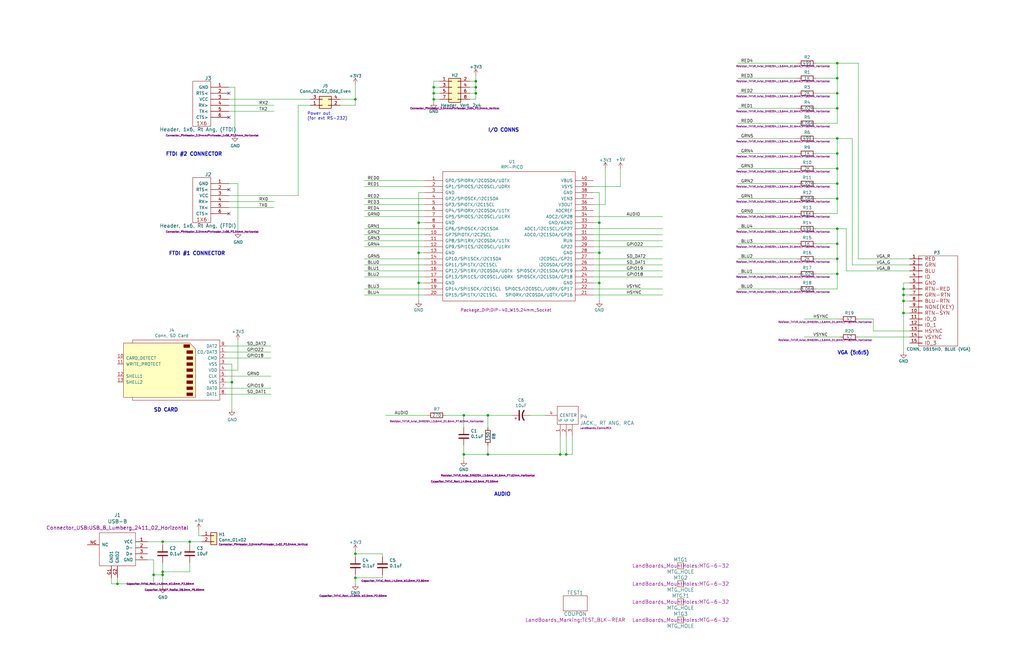
<source format=kicad_sch>
(kicad_sch (version 20211123) (generator eeschema)
  (paper "B")
  (title_block (title "PiPico-01") (date "2022-05-05") (rev "1") (company "land-boards.com"))
  (lib_symbols
    (symbol "Connector_Generic:Conn_01x02" (pin_names (offset 1.016) hide)
      (property "Reference" "J" (at 0 2.54 0))
      (property "Value" "Conn_01x02" (at 0 -5.08 0))
      (symbol "Conn_01x02_1_1"
        (rectangle (start -1.27 -2.413) (end 0 -2.667) (stroke (width 0.1524)))
        (rectangle (start -1.27 0.127) (end 0 -0.127) (stroke (width 0.1524)))
        (rectangle (start -1.27 1.27) (end 1.27 -3.81) (stroke (width 0.254)) (fill (type background)))
        (pin passive line (at -5.08 0 0) (length 3.81) (name "Pin_1") (number "1"))
        (pin passive line (at -5.08 -2.54 0) (length 3.81) (name "Pin_2") (number "2"))
      )
    )
    (symbol "Connector_Generic:Conn_02x02_Odd_Even" (pin_names (offset 1.016) hide)
      (property "Reference" "J" (at 1.27 2.54 0))
      (property "Value" "Conn_02x02_Odd_Even" (at 1.27 -5.08 0))
      (symbol "Conn_02x02_Odd_Even_1_1"
        (rectangle (start -1.27 -2.413) (end 0 -2.667) (stroke (width 0.1524)))
        (rectangle (start -1.27 0.127) (end 0 -0.127) (stroke (width 0.1524)))
        (rectangle (start -1.27 1.27) (end 3.81 -3.81) (stroke (width 0.254)) (fill (type background)))
        (rectangle (start 3.81 -2.413) (end 2.54 -2.667) (stroke (width 0.1524)))
        (rectangle (start 3.81 0.127) (end 2.54 -0.127) (stroke (width 0.1524)))
        (pin passive line (at -5.08 0 0) (length 3.81) (name "Pin_1") (number "1"))
        (pin passive line (at 7.62 0 180) (length 3.81) (name "Pin_2") (number "2"))
        (pin passive line (at -5.08 -2.54 0) (length 3.81) (name "Pin_3") (number "3"))
        (pin passive line (at 7.62 -2.54 180) (length 3.81) (name "Pin_4") (number "4"))
      )
    )
    (symbol "Connector_Generic:Conn_02x04_Odd_Even" (pin_names (offset 1.016) hide)
      (property "Reference" "J" (at 1.27 5.08 0))
      (property "Value" "Conn_02x04_Odd_Even" (at 1.27 -7.62 0))
      (symbol "Conn_02x04_Odd_Even_1_1"
        (rectangle (start -1.27 -4.953) (end 0 -5.207) (stroke (width 0.1524)))
        (rectangle (start -1.27 -2.413) (end 0 -2.667) (stroke (width 0.1524)))
        (rectangle (start -1.27 0.127) (end 0 -0.127) (stroke (width 0.1524)))
        (rectangle (start -1.27 2.667) (end 0 2.413) (stroke (width 0.1524)))
        (rectangle (start -1.27 3.81) (end 3.81 -6.35) (stroke (width 0.254)) (fill (type background)))
        (rectangle (start 3.81 -4.953) (end 2.54 -5.207) (stroke (width 0.1524)))
        (rectangle (start 3.81 -2.413) (end 2.54 -2.667) (stroke (width 0.1524)))
        (rectangle (start 3.81 0.127) (end 2.54 -0.127) (stroke (width 0.1524)))
        (rectangle (start 3.81 2.667) (end 2.54 2.413) (stroke (width 0.1524)))
        (pin passive line (at -5.08 2.54 0) (length 3.81) (name "Pin_1") (number "1"))
        (pin passive line (at 7.62 2.54 180) (length 3.81) (name "Pin_2") (number "2"))
        (pin passive line (at -5.08 0 0) (length 3.81) (name "Pin_3") (number "3"))
        (pin passive line (at 7.62 0 180) (length 3.81) (name "Pin_4") (number "4"))
        (pin passive line (at -5.08 -2.54 0) (length 3.81) (name "Pin_5") (number "5"))
        (pin passive line (at 7.62 -2.54 180) (length 3.81) (name "Pin_6") (number "6"))
        (pin passive line (at -5.08 -5.08 0) (length 3.81) (name "Pin_7") (number "7"))
        (pin passive line (at 7.62 -5.08 180) (length 3.81) (name "Pin_8") (number "8"))
      )
    )
    (symbol "Device:C" (pin_numbers hide) (pin_names (offset 0.254))
      (property "Reference" "C" (at 0.635 2.54 0))
      (property "Value" "C" (at 0.635 -2.54 0))
      (symbol "C_0_1"
        (polyline (pts (xy -2.032 -0.762) (xy 2.032 -0.762)) (stroke (width 0.508)))
        (polyline (pts (xy -2.032 0.762) (xy 2.032 0.762)) (stroke (width 0.508)))
      )
      (symbol "C_1_1"
        (pin passive line (at 0 3.81 270) (length 2.794) (name "~") (number "1"))
        (pin passive line (at 0 -3.81 90) (length 2.794) (name "~") (number "2"))
      )
    )
    (symbol "Device:CP1" (pin_numbers hide) (pin_names (offset 0.254) hide)
      (property "Reference" "C" (at 0.635 2.54 0))
      (property "Value" "Device_CP1" (at 0.635 -2.54 0))
      (symbol "CP1_0_1"
        (polyline (pts (xy -2.032 0.762) (xy 2.032 0.762)) (stroke (width 0.508)))
        (polyline (pts (xy -1.778 2.286) (xy -0.762 2.286)))
        (polyline (pts (xy -1.27 1.778) (xy -1.27 2.794)))
        (arc (start 2.032 -1.27) (mid 0 -0.5572) (end -2.032 -1.27) (stroke (width 0.508)))
      )
      (symbol "CP1_1_1"
        (pin passive line (at 0 3.81 270) (length 2.794) (name "~") (number "1"))
        (pin passive line (at 0 -3.81 90) (length 3.302) (name "~") (number "2"))
      )
    )
    (symbol "Device:R" (pin_numbers hide) (pin_names (offset 0))
      (property "Reference" "R" (at 2.032 0 90))
      (property "Value" "R" (at 0 0 90))
      (symbol "R_0_1"
        (rectangle (start -1.016 -2.54) (end 1.016 2.54) (stroke (width 0.254)))
      )
      (symbol "R_1_1"
        (pin passive line (at 0 3.81 270) (length 1.27) (name "~") (number "1"))
        (pin passive line (at 0 -3.81 90) (length 1.27) (name "~") (number "2"))
      )
    )
    (symbol "LandBoards:COUPON" (pin_names (offset 1.016))
      (property "Reference" "COUP?" (at 0 0 0))
      (property "Value" "LandBoards_COUPON" (at 0 0 0))
      (symbol "COUPON_0_1"
        (rectangle (start -5.08 0) (end 5.08 6.35))
      )
    )
    (symbol "LandBoards:MTG_HOLE" (pin_names (offset 1.016))
      (property "Reference" "MTG?" (at 0 2.54 0))
      (property "Value" "LandBoards_MTG_HOLE" (at 0 -2.54 0))
      (symbol "MTG_HOLE_0_1"
        (rectangle (start -1.27 -1.27) (end 1.27 -1.27))
        (rectangle (start -1.27 1.27) (end -1.27 -1.27))
        (rectangle (start 1.27 1.27) (end -1.27 1.27))
        (rectangle (start 1.27 1.27) (end 1.27 -1.27))
      )
    )
    (symbol "LandBoards_Cards:FTDI-Slave" (pin_names (offset 1.016))
      (property "Reference" "BRD" (at 0 10.16 0))
      (property "Value" "LandBoards_Cards_FTDI-Slave" (at 0 -11.43 0))
      (symbol "FTDI-Slave_0_0"
        (rectangle (start 3.81 -10.16) (end -3.81 8.89))
        (text "1X6" (at 0 -8.89 0) (effects (font (size 1.524 1.524))))
      )
      (symbol "FTDI-Slave_1_1"
        (pin power_out line (at -11.43 6.35 0) (length 7.62) (name "GND") (number "1"))
        (pin input line (at -11.43 3.81 0) (length 7.62) (name "RTS<") (number "2"))
        (pin power_out line (at -11.43 1.27 0) (length 7.62) (name "VCC") (number "3"))
        (pin output line (at -11.43 -1.27 0) (length 7.62) (name "RX>") (number "4"))
        (pin input line (at -11.43 -3.81 0) (length 7.62) (name "TX<") (number "5"))
        (pin output line (at -11.43 -6.35 0) (length 7.62) (name "CTS>") (number "6"))
      )
    )
    (symbol "LandBoards_Conns:RCA-JACK" (pin_names (offset 1.016))
      (property "Reference" "J" (at 0 6.35 0))
      (property "Value" "LandBoards_Conns_RCA-JACK" (at 11.43 -2.54 0))
      (symbol "RCA-JACK_0_1"
        (rectangle (start -3.81 -2.54) (end 5.08 5.08))
      )
      (symbol "RCA-JACK_1_1"
        (pin power_in line (at 3.81 -7.62 90) (length 5.08) (name "G") (number "1"))
        (pin power_in line (at 1.27 -7.62 90) (length 5.08) (name "G") (number "2"))
        (pin power_in line (at -1.27 -7.62 90) (length 5.08) (name "G") (number "3"))
        (pin passive line (at 10.16 1.27 180) (length 5.08) (name "CENTER") (number "4"))
      )
    )
    (symbol "LandBoards_Conns:USB-B" (pin_names (offset 1.016))
      (property "Reference" "J" (at 2.54 19.05 0))
      (property "Value" "LandBoards_Conns_USB-B" (at 5.08 2.54 0))
      (symbol "USB-B_0_1"
        (rectangle (start -8.89 3.81) (end 6.35 17.78))
      )
      (symbol "USB-B_1_1"
        (pin power_out line (at 11.43 13.97 180) (length 5.08) (name "VCC") (number "1"))
        (pin bidirectional line (at 11.43 11.43 180) (length 5.08) (name "D-") (number "2"))
        (pin bidirectional line (at 11.43 8.89 180) (length 5.08) (name "D+") (number "3"))
        (pin power_out line (at 11.43 6.35 180) (length 5.08) (name "GND") (number "4"))
        (pin passive line (at -3.81 -1.27 90) (length 5.08) (name "GND1") (number "G1"))
        (pin passive line (at -1.27 -1.27 90) (length 5.08) (name "GND2") (number "G2"))
        (pin power_in line (at -13.97 12.7 0) (length 5.08) (name "NC") (number "NC"))
      )
    )
    (symbol "LandBoards_Conns:VGA" (pin_names (offset 1.016) hide)
      (property "Reference" "P" (at -6.35 20.32 0))
      (property "Value" "LandBoards_Conns_VGA" (at -1.27 -20.32 0))
      (symbol "VGA_0_0"
        (text "BLU" (at -5.08 12.7 0) (effects (font (size 1.524 1.524)) (justify left)))
        (text "BLU-RTN" (at -5.08 0 0) (effects (font (size 1.524 1.524)) (justify left)))
        (text "GND" (at -5.08 7.62 0) (effects (font (size 1.524 1.524)) (justify left)))
        (text "GRN" (at -5.08 15.24 0) (effects (font (size 1.524 1.524)) (justify left)))
        (text "GRN-RTN" (at -5.08 2.54 0) (effects (font (size 1.524 1.524)) (justify left)))
        (text "HSYNC" (at -5.08 -12.7 0) (effects (font (size 1.524 1.524)) (justify left)))
        (text "ID" (at -5.08 10.16 0) (effects (font (size 1.524 1.524)) (justify left)))
        (text "ID_0" (at -5.08 -7.62 0) (effects (font (size 1.524 1.524)) (justify left)))
        (text "ID_1" (at -5.08 -10.16 0) (effects (font (size 1.524 1.524)) (justify left)))
        (text "ID_3" (at -5.08 -17.78 0) (effects (font (size 1.524 1.524)) (justify left)))
        (text "NONE(KEY)" (at -5.08 -2.54 0) (effects (font (size 1.524 1.524)) (justify left)))
        (text "RED" (at -5.08 17.78 0) (effects (font (size 1.524 1.524)) (justify left)))
        (text "RTN-RED" (at -5.08 5.08 0) (effects (font (size 1.524 1.524)) (justify left)))
        (text "RTN-SYN" (at -5.08 -5.08 0) (effects (font (size 1.524 1.524)) (justify left)))
        (text "VSYNC" (at -5.08 -15.24 0) (effects (font (size 1.524 1.524)) (justify left)))
      )
      (symbol "VGA_0_1"
        (rectangle (start -7.62 -17.653) (end -6.096 -17.907))
        (rectangle (start -7.62 -15.113) (end -6.096 -15.367))
        (rectangle (start -7.62 -12.573) (end -6.096 -12.827))
        (rectangle (start -7.62 -10.033) (end -6.096 -10.287))
        (rectangle (start -7.62 -7.493) (end -6.096 -7.747))
        (rectangle (start -7.62 -4.953) (end -6.096 -5.207))
        (rectangle (start -7.62 -2.413) (end -6.096 -2.667))
        (rectangle (start -7.62 0.127) (end -6.096 -0.127))
        (rectangle (start -7.62 2.667) (end -6.096 2.413))
        (rectangle (start -7.62 5.207) (end -6.096 4.953))
        (rectangle (start -7.62 7.747) (end -6.096 7.493))
        (rectangle (start -7.62 10.287) (end -6.096 10.033))
        (rectangle (start -7.62 12.827) (end -6.096 12.573))
        (rectangle (start -7.62 15.367) (end -6.096 15.113))
        (rectangle (start -7.62 17.907) (end -6.096 17.653))
        (rectangle (start -7.62 19.05) (end 8.89 -19.05))
      )
      (symbol "VGA_1_1"
        (pin passive line (at -11.43 17.78 0) (length 3.81) (name "P1") (number "1"))
        (pin passive line (at -11.43 -5.08 0) (length 3.81) (name "P10") (number "10"))
        (pin passive line (at -11.43 -7.62 0) (length 3.81) (name "P11") (number "11"))
        (pin passive line (at -11.43 -10.16 0) (length 3.81) (name "P12") (number "12"))
        (pin passive line (at -11.43 -12.7 0) (length 3.81) (name "P13") (number "13"))
        (pin passive line (at -11.43 -15.24 0) (length 3.81) (name "P14") (number "14"))
        (pin passive line (at -11.43 -17.78 0) (length 3.81) (name "P15") (number "15"))
        (pin passive line (at -11.43 15.24 0) (length 3.81) (name "P2") (number "2"))
        (pin passive line (at -11.43 12.7 0) (length 3.81) (name "P3") (number "3"))
        (pin passive line (at -11.43 10.16 0) (length 3.81) (name "P4") (number "4"))
        (pin passive line (at -11.43 7.62 0) (length 3.81) (name "P5") (number "5"))
        (pin passive line (at -11.43 5.08 0) (length 3.81) (name "P6") (number "6"))
        (pin passive line (at -11.43 2.54 0) (length 3.81) (name "P7") (number "7"))
        (pin passive line (at -11.43 0 0) (length 3.81) (name "P8") (number "8"))
        (pin passive line (at -11.43 -2.54 0) (length 3.81) (name "P9") (number "9"))
      )
    )
    (symbol "LandBoards_Semis:RPi-PICO" (pin_names (offset 1.016))
      (property "Reference" "U" (at 0 29.21 0))
      (property "Value" "LandBoards_Semis_RPi-PICO" (at 8.89 -30.48 0))
      (symbol "RPi-PICO_1_0"
        (rectangle (start -29.21 -29.21) (end 26.67 25.4))
      )
      (symbol "RPi-PICO_1_1"
        (pin bidirectional line (at -36.83 21.59 0) (length 7.62) (name "GP0/SPI0RX/I2C0SDA/U0TX") (number "1"))
        (pin bidirectional line (at -36.83 -1.27 0) (length 7.62) (name "GP7SPI0TX/I2C2SCL") (number "10"))
        (pin bidirectional line (at -36.83 -3.81 0) (length 7.62) (name "GP8/SPI1RX/I2C0SDA/U1TX") (number "11"))
        (pin bidirectional line (at -36.83 -6.35 0) (length 7.62) (name "GP9/SPI1CS/I2C0SCL/U1RX") (number "12"))
        (pin power_in line (at -36.83 -8.89 0) (length 7.62) (name "GND") (number "13"))
        (pin bidirectional line (at -36.83 -11.43 0) (length 7.62) (name "GP10/SPI1SCK/I2C1SDA") (number "14"))
        (pin bidirectional line (at -36.83 -13.97 0) (length 7.62) (name "GP11/SPI1TX/I2C1SCL") (number "15"))
        (pin bidirectional line (at -36.83 -16.51 0) (length 7.62) (name "GP12/SPI1RX/I2C0SDA/U0TX") (number "16"))
        (pin bidirectional line (at -36.83 -19.05 0) (length 7.62) (name "GP13/SPI1CS/I2C0SCL/U0RX") (number "17"))
        (pin power_in line (at -36.83 -21.59 0) (length 7.62) (name "GND") (number "18"))
        (pin bidirectional line (at -36.83 -24.13 0) (length 7.62) (name "GP14/SPI1SCK/I2C1SCL") (number "19"))
        (pin bidirectional line (at -36.83 19.05 0) (length 7.62) (name "GP1/SPI0CS/I2C0SCL/U0RX") (number "2"))
        (pin bidirectional line (at -36.83 -26.67 0) (length 7.62) (name "GP15/SPI1TX/I2C1SCL") (number "20"))
        (pin bidirectional line (at 34.29 -26.67 180) (length 7.62) (name "SPI0RX/I2C0SDA/U0TX/GP16") (number "21"))
        (pin bidirectional line (at 34.29 -24.13 180) (length 7.62) (name "SPI0CS/I2C0SCL/U0RX/GP17") (number "22"))
        (pin power_in line (at 34.29 -21.59 180) (length 7.62) (name "GND") (number "23"))
        (pin bidirectional line (at 34.29 -19.05 180) (length 7.62) (name "SPI0SCK/I2C1SDA/GP18") (number "24"))
        (pin bidirectional line (at 34.29 -16.51 180) (length 7.62) (name "SPI0SCK/I2C1SDA/GP19") (number "25"))
        (pin bidirectional line (at 34.29 -13.97 180) (length 7.62) (name "I2C0SDA/GP20") (number "26"))
        (pin bidirectional line (at 34.29 -11.43 180) (length 7.62) (name "I2C0SCL/GP21") (number "27"))
        (pin power_in line (at 34.29 -8.89 180) (length 7.62) (name "GND") (number "28"))
        (pin bidirectional line (at 34.29 -6.35 180) (length 7.62) (name "GP22") (number "29"))
        (pin power_in line (at -36.83 16.51 0) (length 7.62) (name "GND") (number "3"))
        (pin input line (at 34.29 -3.81 180) (length 7.62) (name "RUN") (number "30"))
        (pin bidirectional line (at 34.29 -1.27 180) (length 7.62) (name "ADC0/I2C1SDA/GP26") (number "31"))
        (pin bidirectional line (at 34.29 1.27 180) (length 7.62) (name "ADC1/I2C1SCL/GP27") (number "32"))
        (pin power_in line (at 34.29 3.81 180) (length 7.62) (name "GND/AGND") (number "33"))
        (pin bidirectional line (at 34.29 6.35 180) (length 7.62) (name "ADC2/GP28") (number "34"))
        (pin power_in line (at 34.29 8.89 180) (length 7.62) (name "ADCREF") (number "35"))
        (pin power_out line (at 34.29 11.43 180) (length 7.62) (name "V3OUT") (number "36"))
        (pin bidirectional line (at 34.29 13.97 180) (length 7.62) (name "VEN3") (number "37"))
        (pin power_in line (at 34.29 16.51 180) (length 7.62) (name "GND") (number "38"))
        (pin power_in line (at 34.29 19.05 180) (length 7.62) (name "VSYS") (number "39"))
        (pin bidirectional line (at -36.83 13.97 0) (length 7.62) (name "GP2/SPI0SCK/I2C1SDA") (number "4"))
        (pin power_out line (at 34.29 21.59 180) (length 7.62) (name "VBUS") (number "40"))
        (pin bidirectional line (at -36.83 11.43 0) (length 7.62) (name "GP3/SPI0TX/I2C1SCL") (number "5"))
        (pin bidirectional line (at -36.83 8.89 0) (length 7.62) (name "GP4/SPI0RX/I2C0SDA/U1TX") (number "6"))
        (pin bidirectional line (at -36.83 6.35 0) (length 7.62) (name "GP5/SPI0CS/I2C0SCL/U1RX") (number "7"))
        (pin power_in line (at -36.83 3.81 0) (length 7.62) (name "GND") (number "8"))
        (pin bidirectional line (at -36.83 1.27 0) (length 7.62) (name "GP6/SPI0SCK/I2C1SDA") (number "9"))
      )
    )
    (symbol "PiPico-01-rescue:SD_Card-Connector-ESP32-VGA-rescue" (pin_names (offset 1.016))
      (property "Reference" "J" (at -16.51 13.97 0))
      (property "Value" "SD_Card-Connector-ESP32-VGA-rescue" (at 15.24 -13.97 0))
      (symbol "SD_Card-Connector-ESP32-VGA-rescue_0_1"
        (rectangle (start -8.89 -9.525) (end -6.35 -10.795) (fill (type outline)))
        (rectangle (start -8.89 -6.985) (end -6.35 -8.255) (fill (type outline)))
        (rectangle (start -8.89 -4.445) (end -6.35 -5.715) (fill (type outline)))
        (rectangle (start -8.89 -1.905) (end -6.35 -3.175) (fill (type outline)))
        (rectangle (start -8.89 0.635) (end -6.35 -0.635) (fill (type outline)))
        (rectangle (start -8.89 3.175) (end -6.35 1.905) (fill (type outline)))
        (rectangle (start -8.89 5.715) (end -6.35 4.445) (fill (type outline)))
        (rectangle (start -8.89 8.255) (end -6.35 6.985) (fill (type outline)))
        (rectangle (start -7.62 10.795) (end -5.08 9.525) (fill (type outline)))
        (polyline (pts (xy -10.16 8.89) (xy -7.62 11.43) (xy 20.32 11.43) (xy 20.32 -11.43) (xy -10.16 -11.43) (xy -10.16 8.89)) (fill (type background)))
        (polyline (pts (xy 16.51 11.43) (xy 16.51 12.7) (xy -20.32 12.7) (xy -20.32 -12.7) (xy 16.51 -12.7) (xy 16.51 -11.43)))
      )
      (symbol "SD_Card-Connector-ESP32-VGA-rescue_1_1"
        (pin input line (at -22.86 7.62 0) (length 2.54) (name "CD/DAT3") (number "1"))
        (pin input line (at 22.86 5.08 180) (length 2.54) (name "CARD_DETECT") (number "10"))
        (pin input line (at 22.86 2.54 180) (length 2.54) (name "WRITE_PROTECT") (number "11"))
        (pin input line (at 22.86 -2.54 180) (length 2.54) (name "SHELL1") (number "12"))
        (pin input line (at 22.86 -5.08 180) (length 2.54) (name "SHELL2") (number "13"))
        (pin input line (at -22.86 5.08 0) (length 2.54) (name "CMD") (number "2"))
        (pin power_in line (at -22.86 2.54 0) (length 2.54) (name "VSS") (number "3"))
        (pin power_in line (at -22.86 0 0) (length 2.54) (name "VDD") (number "4"))
        (pin input line (at -22.86 -2.54 0) (length 2.54) (name "CLK") (number "5"))
        (pin power_in line (at -22.86 -5.08 0) (length 2.54) (name "VSS") (number "6"))
        (pin input line (at -22.86 -7.62 0) (length 2.54) (name "DAT0") (number "7"))
        (pin input line (at -22.86 -10.16 0) (length 2.54) (name "DAT1") (number "8"))
        (pin input line (at -22.86 10.16 0) (length 2.54) (name "DAT2") (number "9"))
      )
    )
    (symbol "power:+3.3V" (power) (pin_names (offset 0))
      (property "Value" "+3.3V" (at 0 3.556 0))
      (symbol "+3.3V_0_1"
        (polyline (pts (xy -0.762 1.27) (xy 0 2.54)))
        (polyline (pts (xy 0 0) (xy 0 2.54)))
        (polyline (pts (xy 0 2.54) (xy 0.762 1.27)))
      )
      (symbol "+3.3V_1_1"
        (pin power_in line (at 0 0 90) (length 0) hide (name "+3V3") (number "1"))
      )
    )
    (symbol "power:+5V" (power) (pin_names (offset 0))
      (property "Value" "+5V" (at 0 3.556 0))
      (symbol "+5V_0_1"
        (polyline (pts (xy -0.762 1.27) (xy 0 2.54)))
        (polyline (pts (xy 0 0) (xy 0 2.54)))
        (polyline (pts (xy 0 2.54) (xy 0.762 1.27)))
      )
      (symbol "+5V_1_1"
        (pin power_in line (at 0 0 90) (length 0) hide (name "+5V") (number "1"))
      )
    )
    (symbol "power:GND" (power) (pin_names (offset 0))
      (property "Value" "GND" (at 0 -3.81 0))
      (symbol "GND_0_1"
        (polyline (pts (xy 0 0) (xy 0 -1.27) (xy 1.27 -1.27) (xy 0 -2.54) (xy -1.27 -1.27) (xy 0 -1.27)))
      )
      (symbol "GND_1_1"
        (pin power_in line (at 0 0 270) (length 0) hide (name "GND") (number "1"))
      )
    )
  )
  (junction (at 182.88 36.83))
  (junction (at 68.58 241.3))
  (junction (at 353.06 71.12))
  (junction (at 195.58 175.26))
  (junction (at 176.53 106.68))
  (junction (at 64.77 242.57))
  (junction (at 236.22 191.77))
  (junction (at 182.88 41.91))
  (junction (at 353.06 96.52))
  (junction (at 381 124.46))
  (junction (at 149.86 41.91))
  (junction (at 97.79 161.29))
  (junction (at 200.66 39.37))
  (junction (at 176.53 119.38))
  (junction (at 238.76 191.77))
  (junction (at 195.58 191.77))
  (junction (at 68.58 228.6))
  (junction (at 252.73 119.38))
  (junction (at 353.06 102.87))
  (junction (at 381 132.08))
  (junction (at 381 127))
  (junction (at 353.06 83.82))
  (junction (at 353.06 26.67))
  (junction (at 353.06 33.02))
  (junction (at 182.88 39.37))
  (junction (at 353.06 109.22))
  (junction (at 205.74 175.26))
  (junction (at 353.06 115.57))
  (junction (at 176.53 93.98))
  (junction (at 205.74 191.77))
  (junction (at 80.01 228.6))
  (junction (at 49.53 246.38))
  (junction (at 353.06 58.42))
  (junction (at 353.06 45.72))
  (junction (at 149.86 233.68))
  (junction (at 353.06 64.77))
  (junction (at 353.06 39.37))
  (junction (at 200.66 34.29))
  (junction (at 200.66 36.83))
  (junction (at 68.58 242.57))
  (junction (at 252.73 93.98))
  (junction (at 381 121.92))
  (junction (at 149.86 243.84))
  (junction (at 353.06 77.47))
  (junction (at 252.73 106.68))
  (no_connect (at 96.52 90.17))
  (no_connect (at 96.52 80.01))
  (no_connect (at 96.52 49.53))
  (no_connect (at 96.52 39.37))
  (wire (pts (xy 179.07 86.36) (xy 153.67 86.36)))
  (wire (pts (xy 179.07 106.68) (xy 176.53 106.68)))
  (wire (pts (xy 176.53 93.98) (xy 176.53 81.28)))
  (wire (pts (xy 344.17 33.02) (xy 353.06 33.02)))
  (wire (pts (xy 80.01 229.87) (xy 80.01 228.6)))
  (wire (pts (xy 176.53 81.28) (xy 179.07 81.28)))
  (wire (pts (xy 97.79 153.67) (xy 97.79 161.29)))
  (wire (pts (xy 198.12 41.91) (xy 200.66 41.91)))
  (wire (pts (xy 336.55 64.77) (xy 311.15 64.77)))
  (wire (pts (xy 279.4 101.6) (xy 250.19 101.6)))
  (wire (pts (xy 353.06 26.67) (xy 353.06 33.02)))
  (wire (pts (xy 179.07 91.44) (xy 153.67 91.44)))
  (wire (pts (xy 205.74 175.26) (xy 215.9 175.26)))
  (wire (pts (xy 100.33 143.51) (xy 100.33 156.21)))
  (wire (pts (xy 80.01 241.3) (xy 80.01 237.49)))
  (wire (pts (xy 100.33 77.47) (xy 100.33 97.79)))
  (wire (pts (xy 383.54 142.24) (xy 361.95 142.24)))
  (wire (pts (xy 336.55 71.12) (xy 311.15 71.12)))
  (wire (pts (xy 182.88 39.37) (xy 185.42 39.37)))
  (wire (pts (xy 250.19 119.38) (xy 252.73 119.38)))
  (wire (pts (xy 182.88 34.29) (xy 185.42 34.29)))
  (wire (pts (xy 149.86 232.41) (xy 149.86 233.68)))
  (wire (pts (xy 279.4 111.76) (xy 250.19 111.76)))
  (wire (pts (xy 381 121.92) (xy 381 124.46)))
  (wire (pts (xy 68.58 228.6) (xy 80.01 228.6)))
  (wire (pts (xy 149.86 41.91) (xy 149.86 35.56)))
  (wire (pts (xy 344.17 90.17) (xy 353.06 90.17)))
  (wire (pts (xy 353.06 121.92) (xy 353.06 115.57)))
  (wire (pts (xy 149.86 233.68) (xy 161.29 233.68)))
  (wire (pts (xy 83.82 223.52) (xy 83.82 226.06)))
  (wire (pts (xy 241.3 184.15) (xy 241.3 191.77)))
  (wire (pts (xy 236.22 191.77) (xy 238.76 191.77)))
  (wire (pts (xy 344.17 64.77) (xy 353.06 64.77)))
  (wire (pts (xy 279.4 114.3) (xy 250.19 114.3)))
  (wire (pts (xy 49.53 246.38) (xy 64.77 246.38)))
  (wire (pts (xy 96.52 77.47) (xy 100.33 77.47)))
  (wire (pts (xy 179.07 78.74) (xy 153.67 78.74)))
  (wire (pts (xy 205.74 191.77) (xy 205.74 187.96)))
  (wire (pts (xy 95.25 161.29) (xy 97.79 161.29)))
  (wire (pts (xy 361.95 26.67) (xy 353.06 26.67)))
  (wire (pts (xy 250.19 106.68) (xy 252.73 106.68)))
  (wire (pts (xy 353.06 77.47) (xy 353.06 71.12)))
  (wire (pts (xy 179.07 124.46) (xy 153.67 124.46)))
  (wire (pts (xy 115.57 46.99) (xy 96.52 46.99)))
  (wire (pts (xy 99.06 36.83) (xy 99.06 57.15)))
  (wire (pts (xy 179.07 99.06) (xy 153.67 99.06)))
  (wire (pts (xy 115.57 85.09) (xy 96.52 85.09)))
  (wire (pts (xy 381 124.46) (xy 381 127)))
  (wire (pts (xy 344.17 58.42) (xy 353.06 58.42)))
  (wire (pts (xy 179.07 104.14) (xy 153.67 104.14)))
  (wire (pts (xy 238.76 191.77) (xy 241.3 191.77)))
  (wire (pts (xy 68.58 241.3) (xy 80.01 241.3)))
  (wire (pts (xy 176.53 127) (xy 176.53 119.38)))
  (wire (pts (xy 344.17 83.82) (xy 353.06 83.82)))
  (wire (pts (xy 361.95 109.22) (xy 361.95 26.67)))
  (wire (pts (xy 353.06 64.77) (xy 353.06 71.12)))
  (wire (pts (xy 64.77 242.57) (xy 68.58 242.57)))
  (wire (pts (xy 46.99 246.38) (xy 49.53 246.38)))
  (wire (pts (xy 62.23 228.6) (xy 68.58 228.6)))
  (wire (pts (xy 49.53 246.38) (xy 49.53 243.84)))
  (wire (pts (xy 179.07 119.38) (xy 176.53 119.38)))
  (wire (pts (xy 62.23 236.22) (xy 64.77 236.22)))
  (wire (pts (xy 95.25 153.67) (xy 97.79 153.67)))
  (wire (pts (xy 185.42 36.83) (xy 182.88 36.83)))
  (wire (pts (xy 339.09 142.24) (xy 354.33 142.24)))
  (wire (pts (xy 353.06 90.17) (xy 353.06 83.82)))
  (wire (pts (xy 359.41 111.76) (xy 359.41 58.42)))
  (wire (pts (xy 353.06 96.52) (xy 353.06 102.87)))
  (wire (pts (xy 336.55 109.22) (xy 311.15 109.22)))
  (wire (pts (xy 114.3 158.75) (xy 95.25 158.75)))
  (wire (pts (xy 353.06 58.42) (xy 353.06 64.77)))
  (wire (pts (xy 336.55 115.57) (xy 311.15 115.57)))
  (wire (pts (xy 179.07 114.3) (xy 153.67 114.3)))
  (wire (pts (xy 381 119.38) (xy 381 121.92)))
  (wire (pts (xy 359.41 58.42) (xy 353.06 58.42)))
  (wire (pts (xy 381 124.46) (xy 383.54 124.46)))
  (wire (pts (xy 179.07 101.6) (xy 153.67 101.6)))
  (wire (pts (xy 381 132.08) (xy 383.54 132.08)))
  (wire (pts (xy 179.07 76.2) (xy 153.67 76.2)))
  (wire (pts (xy 383.54 114.3) (xy 356.87 114.3)))
  (wire (pts (xy 383.54 119.38) (xy 381 119.38)))
  (wire (pts (xy 279.4 121.92) (xy 250.19 121.92)))
  (wire (pts (xy 353.06 52.07) (xy 353.06 45.72)))
  (wire (pts (xy 255.27 86.36) (xy 255.27 71.12)))
  (wire (pts (xy 198.12 34.29) (xy 200.66 34.29)))
  (wire (pts (xy 125.73 44.45) (xy 130.81 44.45)))
  (wire (pts (xy 238.76 184.15) (xy 238.76 191.77)))
  (wire (pts (xy 96.52 41.91) (xy 130.81 41.91)))
  (wire (pts (xy 198.12 36.83) (xy 200.66 36.83)))
  (wire (pts (xy 252.73 106.68) (xy 252.73 93.98)))
  (wire (pts (xy 182.88 39.37) (xy 182.88 41.91)))
  (wire (pts (xy 198.12 39.37) (xy 200.66 39.37)))
  (wire (pts (xy 64.77 246.38) (xy 64.77 242.57)))
  (wire (pts (xy 149.86 242.57) (xy 149.86 243.84)))
  (wire (pts (xy 336.55 77.47) (xy 311.15 77.47)))
  (wire (pts (xy 195.58 180.34) (xy 195.58 175.26)))
  (wire (pts (xy 114.3 146.05) (xy 95.25 146.05)))
  (wire (pts (xy 279.4 124.46) (xy 250.19 124.46)))
  (wire (pts (xy 161.29 234.95) (xy 161.29 233.68)))
  (wire (pts (xy 179.07 109.22) (xy 153.67 109.22)))
  (wire (pts (xy 344.17 109.22) (xy 353.06 109.22)))
  (wire (pts (xy 200.66 36.83) (xy 200.66 39.37)))
  (wire (pts (xy 195.58 175.26) (xy 205.74 175.26)))
  (wire (pts (xy 344.17 121.92) (xy 353.06 121.92)))
  (wire (pts (xy 383.54 139.7) (xy 368.3 139.7)))
  (wire (pts (xy 185.42 41.91) (xy 182.88 41.91)))
  (wire (pts (xy 279.4 96.52) (xy 250.19 96.52)))
  (wire (pts (xy 68.58 237.49) (xy 68.58 241.3)))
  (wire (pts (xy 200.66 39.37) (xy 200.66 41.91)))
  (wire (pts (xy 179.07 83.82) (xy 153.67 83.82)))
  (wire (pts (xy 115.57 44.45) (xy 96.52 44.45)))
  (wire (pts (xy 195.58 191.77) (xy 195.58 194.31)))
  (wire (pts (xy 143.51 41.91) (xy 149.86 41.91)))
  (wire (pts (xy 252.73 119.38) (xy 252.73 106.68)))
  (wire (pts (xy 200.66 31.75) (xy 200.66 34.29)))
  (wire (pts (xy 149.86 44.45) (xy 149.86 41.91)))
  (wire (pts (xy 336.55 39.37) (xy 311.15 39.37)))
  (wire (pts (xy 195.58 191.77) (xy 205.74 191.77)))
  (wire (pts (xy 354.33 134.62) (xy 339.09 134.62)))
  (wire (pts (xy 114.3 163.83) (xy 95.25 163.83)))
  (wire (pts (xy 356.87 114.3) (xy 356.87 96.52)))
  (wire (pts (xy 353.06 109.22) (xy 353.06 102.87)))
  (wire (pts (xy 353.06 83.82) (xy 353.06 77.47)))
  (wire (pts (xy 344.17 45.72) (xy 353.06 45.72)))
  (wire (pts (xy 381 127) (xy 381 132.08)))
  (wire (pts (xy 336.55 83.82) (xy 311.15 83.82)))
  (wire (pts (xy 100.33 156.21) (xy 95.25 156.21)))
  (wire (pts (xy 336.55 90.17) (xy 311.15 90.17)))
  (wire (pts (xy 96.52 82.55) (xy 125.73 82.55)))
  (wire (pts (xy 383.54 111.76) (xy 359.41 111.76)))
  (wire (pts (xy 252.73 93.98) (xy 252.73 81.28)))
  (wire (pts (xy 149.86 233.68) (xy 149.86 234.95)))
  (wire (pts (xy 97.79 161.29) (xy 97.79 172.72)))
  (wire (pts (xy 279.4 91.44) (xy 250.19 91.44)))
  (wire (pts (xy 149.86 243.84) (xy 149.86 246.38)))
  (wire (pts (xy 261.62 78.74) (xy 261.62 71.12)))
  (wire (pts (xy 115.57 87.63) (xy 96.52 87.63)))
  (wire (pts (xy 114.3 148.59) (xy 95.25 148.59)))
  (wire (pts (xy 279.4 104.14) (xy 250.19 104.14)))
  (wire (pts (xy 279.4 116.84) (xy 250.19 116.84)))
  (wire (pts (xy 187.96 175.26) (xy 195.58 175.26)))
  (wire (pts (xy 381 132.08) (xy 381 148.59)))
  (wire (pts (xy 205.74 175.26) (xy 205.74 180.34)))
  (wire (pts (xy 96.52 36.83) (xy 99.06 36.83)))
  (wire (pts (xy 182.88 36.83) (xy 182.88 39.37)))
  (wire (pts (xy 353.06 45.72) (xy 353.06 39.37)))
  (wire (pts (xy 179.07 88.9) (xy 153.67 88.9)))
  (wire (pts (xy 250.19 93.98) (xy 252.73 93.98)))
  (wire (pts (xy 176.53 106.68) (xy 176.53 93.98)))
  (wire (pts (xy 179.07 111.76) (xy 153.67 111.76)))
  (wire (pts (xy 250.19 86.36) (xy 255.27 86.36)))
  (wire (pts (xy 252.73 81.28) (xy 250.19 81.28)))
  (wire (pts (xy 179.07 96.52) (xy 153.67 96.52)))
  (wire (pts (xy 80.01 228.6) (xy 85.09 228.6)))
  (wire (pts (xy 336.55 121.92) (xy 311.15 121.92)))
  (wire (pts (xy 344.17 96.52) (xy 353.06 96.52)))
  (wire (pts (xy 64.77 236.22) (xy 64.77 242.57)))
  (wire (pts (xy 236.22 184.15) (xy 236.22 191.77)))
  (wire (pts (xy 336.55 96.52) (xy 311.15 96.52)))
  (wire (pts (xy 336.55 26.67) (xy 311.15 26.67)))
  (wire (pts (xy 344.17 71.12) (xy 353.06 71.12)))
  (wire (pts (xy 180.34 175.26) (xy 162.56 175.26)))
  (wire (pts (xy 336.55 33.02) (xy 311.15 33.02)))
  (wire (pts (xy 368.3 134.62) (xy 368.3 139.7)))
  (wire (pts (xy 179.07 93.98) (xy 176.53 93.98)))
  (wire (pts (xy 344.17 39.37) (xy 353.06 39.37)))
  (wire (pts (xy 223.52 175.26) (xy 229.87 175.26)))
  (wire (pts (xy 200.66 34.29) (xy 200.66 36.83)))
  (wire (pts (xy 179.07 116.84) (xy 153.67 116.84)))
  (wire (pts (xy 161.29 242.57) (xy 161.29 243.84)))
  (wire (pts (xy 356.87 96.52) (xy 353.06 96.52)))
  (wire (pts (xy 182.88 41.91) (xy 182.88 43.18)))
  (wire (pts (xy 361.95 134.62) (xy 368.3 134.62)))
  (wire (pts (xy 336.55 52.07) (xy 311.15 52.07)))
  (wire (pts (xy 381 121.92) (xy 383.54 121.92)))
  (wire (pts (xy 353.06 115.57) (xy 353.06 109.22)))
  (wire (pts (xy 344.17 77.47) (xy 353.06 77.47)))
  (wire (pts (xy 279.4 109.22) (xy 250.19 109.22)))
  (wire (pts (xy 143.51 44.45) (xy 149.86 44.45)))
  (wire (pts (xy 195.58 187.96) (xy 195.58 191.77)))
  (wire (pts (xy 383.54 109.22) (xy 361.95 109.22)))
  (wire (pts (xy 252.73 127) (xy 252.73 119.38)))
  (wire (pts (xy 336.55 58.42) (xy 311.15 58.42)))
  (wire (pts (xy 68.58 241.3) (xy 68.58 242.57)))
  (wire (pts (xy 46.99 243.84) (xy 46.99 246.38)))
  (wire (pts (xy 344.17 26.67) (xy 353.06 26.67)))
  (wire (pts (xy 114.3 151.13) (xy 95.25 151.13)))
  (wire (pts (xy 114.3 166.37) (xy 95.25 166.37)))
  (wire (pts (xy 68.58 242.57) (xy 68.58 247.65)))
  (wire (pts (xy 68.58 228.6) (xy 68.58 229.87)))
  (wire (pts (xy 344.17 102.87) (xy 353.06 102.87)))
  (wire (pts (xy 149.86 243.84) (xy 161.29 243.84)))
  (wire (pts (xy 176.53 119.38) (xy 176.53 106.68)))
  (wire (pts (xy 344.17 52.07) (xy 353.06 52.07)))
  (wire (pts (xy 125.73 82.55) (xy 125.73 44.45)))
  (wire (pts (xy 279.4 99.06) (xy 250.19 99.06)))
  (wire (pts (xy 205.74 191.77) (xy 236.22 191.77)))
  (wire (pts (xy 179.07 121.92) (xy 153.67 121.92)))
  (wire (pts (xy 336.55 45.72) (xy 311.15 45.72)))
  (wire (pts (xy 344.17 115.57) (xy 353.06 115.57)))
  (wire (pts (xy 381 127) (xy 383.54 127)))
  (wire (pts (xy 336.55 102.87) (xy 311.15 102.87)))
  (wire (pts (xy 250.19 78.74) (xy 261.62 78.74)))
  (wire (pts (xy 353.06 39.37) (xy 353.06 33.02)))
  (wire (pts (xy 83.82 226.06) (xy 85.09 226.06)))
  (wire (pts (xy 182.88 34.29) (xy 182.88 36.83)))
  (text "FTDI #1 CONNECTOR" (at 71.12 107.95 0) (effects (font (size 1.524 1.524) (thickness 0.3048) bold) (justify left bottom)))
  (text "Power out\n(for ext RS-232)" (at 129.54 50.8 0) (effects (font (size 1.27 1.27)) (justify left bottom)))
  (text "I/O CONNS" (at 205.74 55.88 0) (effects (font (size 1.524 1.524) (thickness 0.3048) bold) (justify left bottom)))
  (text "AUDIO" (at 208.28 209.55 0) (effects (font (size 1.524 1.524) (thickness 0.3048) bold) (justify left bottom)))
  (text "VGA (5:6:5)" (at 353.06 149.86 0) (effects (font (size 1.524 1.524) (thickness 0.3048) bold) (justify left bottom)))
  (text "FTDI #2 CONNECTOR" (at 69.85 66.04 0) (effects (font (size 1.524 1.524) (thickness 0.3048) bold) (justify left bottom)))
  (text "SD CARD" (at 64.77 173.99 0) (effects (font (size 1.524 1.524) (thickness 0.3048) bold) (justify left bottom)))
  (label "RX2" (at 109.22 44.45 0))
  (label "TX0" (at 109.22 87.63 0))
  (label "GPIO18" (at 264.16 116.84 0))
  (label "RED4" (at 154.94 88.9 0))
  (label "RED0" (at 154.94 76.2 0))
  (label "GRN5" (at 154.94 109.22 0))
  (label "GRN2" (at 154.94 99.06 0))
  (label "RED0" (at 312.42 52.07 0))
  (label "SD_DAT1" (at 104.14 166.37 0))
  (label "GRN4" (at 312.42 64.77 0))
  (label "RED3" (at 154.94 86.36 0))
  (label "BLU0" (at 312.42 121.92 0))
  (label "BLU3" (at 312.42 102.87 0))
  (label "RED3" (at 312.42 33.02 0))
  (label "RED1" (at 312.42 45.72 0))
  (label "SD_DAT1" (at 264.16 111.76 0))
  (label "SD_DAT2" (at 104.14 146.05 0))
  (label "VGA_G" (at 369.57 111.76 0))
  (label "GPIO22" (at 104.14 148.59 0))
  (label "HSYNC" (at 264.16 124.46 0))
  (label "BLU4" (at 312.42 96.52 0))
  (label "AUDIO" (at 166.37 175.26 0))
  (label "RED2" (at 154.94 83.82 0))
  (label "BLU4" (at 154.94 124.46 0))
  (label "VSYNC" (at 342.9 142.24 0))
  (label "GPIO19" (at 104.14 163.83 0))
  (label "VGA_R" (at 369.57 109.22 0))
  (label "RED1" (at 154.94 78.74 0))
  (label "BLU2" (at 312.42 109.22 0))
  (label "TX2" (at 109.22 46.99 0))
  (label "GRN0" (at 312.42 90.17 0))
  (label "VSYNC" (at 264.16 121.92 0))
  (label "GPIO19" (at 264.16 114.3 0))
  (label "GRN5" (at 312.42 58.42 0))
  (label "BLU1" (at 154.94 114.3 0))
  (label "AUDIO" (at 264.16 91.44 0))
  (label "RED2" (at 312.42 39.37 0))
  (label "GRN0" (at 154.94 91.44 0))
  (label "GRN3" (at 312.42 71.12 0))
  (label "SD_DAT2" (at 264.16 109.22 0))
  (label "BLU0" (at 154.94 111.76 0))
  (label "GRN0" (at 104.14 158.75 0))
  (label "HSYNC" (at 342.9 134.62 0))
  (label "BLU3" (at 154.94 121.92 0))
  (label "GRN3" (at 154.94 101.6 0))
  (label "GPIO18" (at 104.14 151.13 0))
  (label "RED4" (at 312.42 26.67 0))
  (label "BLU2" (at 154.94 116.84 0))
  (label "GRN4" (at 154.94 104.14 0))
  (label "GRN2" (at 312.42 77.47 0))
  (label "RX0" (at 109.22 85.09 0))
  (label "GRN1" (at 312.42 83.82 0))
  (label "BLU1" (at 312.42 115.57 0))
  (label "VGA_B" (at 369.57 114.3 0))
  (label "GRN1" (at 154.94 96.52 0))
  (label "GPIO22" (at 264.16 104.14 0))
  (symbol (lib_id "LandBoards:MTG_HOLE") (at 287.02 254 0) (unit 1)
    (property "Reference" "MTG?1" (at 287.02 251.46 0) (effects (font (size 1.524 1.524))))
    (property "Value" "MTG_HOLE" (at 287.02 256.54 0) (effects (font (size 1.524 1.524))))
    (property "Footprint" "LandBoards_MountHoles:MTG-6-32" (at 287.02 254 0) (effects (font (size 1.524 1.524))))
  )
  (symbol (lib_id "LandBoards:MTG_HOLE") (at 287.02 246.38 0) (unit 1)
    (property "Reference" "MTG2" (at 287.02 243.84 0) (effects (font (size 1.524 1.524))))
    (property "Value" "MTG_HOLE" (at 287.02 248.92 0) (effects (font (size 1.524 1.524))))
    (property "Footprint" "LandBoards_MountHoles:MTG-6-32" (at 287.02 246.38 0) (effects (font (size 1.524 1.524))))
  )
  (symbol (lib_id "LandBoards:MTG_HOLE") (at 287.02 261.62 0) (unit 1)
    (property "Reference" "MTG3" (at 287.02 259.08 0) (effects (font (size 1.524 1.524))))
    (property "Value" "MTG_HOLE" (at 287.02 264.16 0) (effects (font (size 1.524 1.524))))
    (property "Footprint" "LandBoards_MountHoles:MTG-6-32" (at 287.02 261.62 0) (effects (font (size 1.524 1.524))))
  )
  (symbol (lib_id "LandBoards:MTG_HOLE") (at 287.02 238.76 0) (unit 1)
    (property "Reference" "MTG1" (at 287.02 236.22 0) (effects (font (size 1.524 1.524))))
    (property "Value" "MTG_HOLE" (at 287.02 241.3 0) (effects (font (size 1.524 1.524))))
    (property "Footprint" "LandBoards_MountHoles:MTG-6-32" (at 287.02 238.76 0) (effects (font (size 1.524 1.524))))
  )
  (symbol (lib_id "LandBoards:COUPON") (at 242.57 257.81 0) (unit 1)
    (property "Reference" "TEST1" (at 242.57 250.19 0) (effects (font (size 1.524 1.524))))
    (property "Value" "COUPON" (at 242.57 259.08 0) (effects (font (size 1.524 1.524))))
    (property "Footprint" "LandBoards_Marking:TEST_BLK-REAR" (at 242.57 261.62 0) (effects (font (size 1.524 1.524))))
  )
  (symbol (lib_id "power:GND") (at 176.53 127 0) (unit 1)
    (property "Reference" "#PWR03" (effects hide))
    (property "Value" "GND" (at 176.53 130.81 0))
  )
  (symbol (lib_id "power:GND") (at 182.88 43.18 0) (unit 1)
    (property "Reference" "#PWR023" (effects hide))
    (property "Value" "GND" (at 182.88 46.99 0))
  )
  (symbol (lib_id "power:+3.3V") (at 200.66 31.75 0) (unit 1)
    (property "Reference" "#PWR024" (effects hide))
    (property "Value" "+3.3V" (at 200.66 28.194 0))
  )
  (symbol (lib_id "power:GND") (at 100.33 97.79 0) (unit 1)
    (property "Reference" "#PWR0115" (effects hide))
    (property "Value" "GND" (at 100.457 102.1842 0))
  )
  (symbol (lib_id "Device:C") (at 149.86 238.76 0) (unit 1)
    (property "Reference" "C4" (at 152.781 236.4486 0) (effects (justify left)))
    (property "Value" "0.1uF" (at 152.781 238.76 0) (effects (justify left)))
    (property "Footprint" "Capacitor_THT:C_Rect_L4.0mm_W2.5mm_P2.50mm" (at 134.62 251.46 0) (effects (font (size 0.762 0.762)) (justify left)))
  )
  (symbol (lib_id "Device:C") (at 161.29 238.76 0) (unit 1)
    (property "Reference" "C5" (at 164.211 236.4486 0) (effects (justify left)))
    (property "Value" "0.1uF" (at 164.211 238.76 0) (effects (justify left)))
    (property "Footprint" "Capacitor_THT:C_Rect_L4.0mm_W2.5mm_P2.50mm" (at 152.4 245.11 0) (effects (font (size 0.762 0.762)) (justify left)))
  )
  (symbol (lib_id "power:GND") (at 252.73 127 0) (unit 1)
    (property "Reference" "#PWR0110" (effects hide))
    (property "Value" "GND" (at 252.73 130.81 0))
  )
  (symbol (lib_id "power:GND") (at 149.86 246.38 0) (unit 1)
    (property "Reference" "#PWR0101" (effects hide))
    (property "Value" "GND" (at 149.86 250.19 0))
  )
  (symbol (lib_id "power:+3.3V") (at 149.86 232.41 0) (unit 1)
    (property "Reference" "#PWR0109" (effects hide))
    (property "Value" "+3.3V" (at 149.86 228.854 0))
  )
  (symbol (lib_id "LandBoards_Cards:FTDI-Slave") (at 85.09 83.82 0) (mirror y) (unit 1)
    (property "Reference" "J2" (at 86.36 73.66 0) (effects (font (size 1.524 1.524)) (justify right)))
    (property "Value" "Header, 1x6, Rt Ang, (FTDI)" (at 67.31 95.25 0) (effects (font (size 1.524 1.524)) (justify right)))
    (property "Footprint" "Connector_PinHeader_2.54mm:PinHeader_1x06_P2.54mm_Horizontal" (at 69.85 97.79 0) (effects (font (size 0.762 0.762)) (justify right)))
  )
  (symbol (lib_id "power:GND") (at 99.06 57.15 0) (unit 1)
    (property "Reference" "#PWR0102" (effects hide))
    (property "Value" "GND" (at 99.187 61.5442 0))
  )
  (symbol (lib_id "LandBoards_Cards:FTDI-Slave") (at 85.09 43.18 0) (mirror y) (unit 1)
    (property "Reference" "J3" (at 86.36 33.02 0) (effects (font (size 1.524 1.524)) (justify right)))
    (property "Value" "Header, 1x6, Rt Ang, (FTDI)" (at 67.31 54.61 0) (effects (font (size 1.524 1.524)) (justify right)))
    (property "Footprint" "Connector_PinHeader_2.54mm:PinHeader_1x06_P2.54mm_Horizontal" (at 69.85 57.15 0) (effects (font (size 0.762 0.762)) (justify right)))
  )
  (symbol (lib_id "LandBoards_Conns:VGA") (at 394.97 127 0) (unit 1)
    (property "Reference" "P3" (at 393.7 106.68 0) (effects (justify left)))
    (property "Value" "CONN, DB15HD, BLUE (VGA)" (at 382.27 147.32 0) (effects (justify left)))
    (property "Footprint" "LandBoards_Conns:DB_15F-VGA-fixed" (effects hide))
  )
  (symbol (lib_id "Device:R") (at 340.36 33.02 270) (unit 1)
    (property "Reference" "R1" (at 340.36 30.48 90))
    (property "Value" "1K" (at 340.36 33.02 90))
    (property "Footprint" "Resistor_THT:R_Axial_DIN0204_L3.6mm_D1.6mm_P7.62mm_Horizontal" (at 330.2 34.29 90) (effects (font (size 0.762 0.762))))
  )
  (symbol (lib_id "Device:R") (at 340.36 26.67 270) (unit 1)
    (property "Reference" "R2" (at 340.36 24.13 90))
    (property "Value" "499" (at 340.36 26.67 90))
    (property "Footprint" "Resistor_THT:R_Axial_DIN0204_L3.6mm_D1.6mm_P7.62mm_Horizontal" (at 330.2 27.94 90) (effects (font (size 0.762 0.762))))
  )
  (symbol (lib_id "power:GND") (at 381 148.59 0) (unit 1)
    (property "Reference" "#PWR02" (effects hide))
    (property "Value" "GND" (at 381 152.4 0))
  )
  (symbol (lib_id "Device:R") (at 184.15 175.26 270) (unit 1)
    (property "Reference" "R7" (at 184.15 172.72 90))
    (property "Value" "270" (at 184.15 175.26 90))
    (property "Footprint" "Resistor_THT:R_Axial_DIN0204_L3.6mm_D1.6mm_P7.62mm_Horizontal" (at 184.15 177.8 90) (effects (font (size 0.762 0.762))))
  )
  (symbol (lib_id "Device:C") (at 195.58 184.15 0) (unit 1)
    (property "Reference" "C1" (at 198.501 181.8386 0) (effects (justify left)))
    (property "Value" "0.1uF" (at 198.501 184.15 0) (effects (justify left)))
    (property "Footprint" "Capacitor_THT:C_Rect_L4.0mm_W2.5mm_P2.50mm" (at 181.61 203.2 0) (effects (font (size 0.762 0.762)) (justify left)))
  )
  (symbol (lib_id "Device:R") (at 205.74 184.15 180) (unit 1)
    (property "Reference" "R8" (at 208.28 184.15 90))
    (property "Value" "150" (at 205.74 184.15 90))
    (property "Footprint" "Resistor_THT:R_Axial_DIN0204_L3.6mm_D1.6mm_P7.62mm_Horizontal" (at 205.74 200.66 0) (effects (font (size 0.762 0.762))))
  )
  (symbol (lib_id "power:GND") (at 195.58 194.31 0) (unit 1)
    (property "Reference" "#PWR05" (effects hide))
    (property "Value" "GND" (at 195.58 198.12 0))
  )
  (symbol (lib_id "Device:CP1") (at 219.71 175.26 90) (unit 1)
    (property "Reference" "C6" (at 219.71 168.8592 90))
    (property "Value" "10uF" (at 219.71 171.1706 90))
    (property "Footprint" "Capacitor_THT:CP_Radial_D8.0mm_P5.00mm" (effects hide))
  )
  (symbol (lib_id "LandBoards_Conns:RCA-JACK") (at 240.03 176.53 0) (mirror y) (unit 1)
    (property "Reference" "P4" (at 244.5258 175.8442 0) (effects (font (size 1.524 1.524)) (justify right)))
    (property "Value" "JACK,, RT ANG, RCA" (at 244.5258 178.5366 0) (effects (font (size 1.524 1.524)) (justify right)))
    (property "Footprint" "LandBoards_Conns:RCA" (at 244.5258 180.6448 0) (effects (font (size 0.762 0.762)) (justify right)))
  )
  (symbol (lib_id "PiPico-01-rescue:SD_Card-Connector-ESP32-VGA-rescue") (at 72.39 156.21 0) (mirror y) (unit 1)
    (property "Reference" "J4" (at 72.39 139.319 0))
    (property "Value" "Conn, SD Card" (at 72.39 141.6304 0))
    (property "Footprint" "LandBoards_Conns:SD_CARD" (effects hide))
    (property "Datasheet" "http://portal.fciconnect.com/Comergent//fci/drawing/10067847.pdf" (effects hide))
  )
  (symbol (lib_id "power:GND") (at 97.79 172.72 0) (unit 1)
    (property "Reference" "#PWR0105" (effects hide))
    (property "Value" "GND" (at 97.917 177.1142 0))
  )
  (symbol (lib_id "Connector_Generic:Conn_02x04_Odd_Even") (at 190.5 36.83 0) (unit 1)
    (property "Reference" "H2" (at 191.77 31.75 0))
    (property "Value" "Header, Vert, 2x4" (at 194.31 44.45 0))
    (property "Footprint" "Connector_PinHeader_2.54mm:PinHeader_2x04_P2.54mm_Vertical" (at 191.77 45.72 0) (effects (font (size 0.762 0.762))))
  )
  (symbol (lib_id "power:+3.3V") (at 255.27 71.12 0) (unit 1)
    (property "Reference" "#PWR07" (effects hide))
    (property "Value" "+3.3V" (at 255.27 67.564 0))
  )
  (symbol (lib_id "power:+3.3V") (at 100.33 143.51 0) (unit 1)
    (property "Reference" "#PWR06" (effects hide))
    (property "Value" "+3.3V" (at 100.33 139.954 0))
  )
  (symbol (lib_id "power:GND") (at 68.58 247.65 0) (unit 1)
    (property "Reference" "#PWR01" (effects hide))
    (property "Value" "GND" (at 68.707 252.0442 0))
  )
  (symbol (lib_id "Device:C") (at 68.58 233.68 0) (unit 1)
    (property "Reference" "C2" (at 71.501 231.3686 0) (effects (justify left)))
    (property "Value" "0.1uF" (at 71.501 233.68 0) (effects (justify left)))
    (property "Footprint" "Capacitor_THT:C_Rect_L4.0mm_W2.5mm_P2.50mm" (at 53.34 246.38 0) (effects (font (size 0.762 0.762)) (justify left)))
  )
  (symbol (lib_id "Device:C") (at 80.01 233.68 0) (unit 1)
    (property "Reference" "C3" (at 82.931 231.3686 0) (effects (justify left)))
    (property "Value" "10uF" (at 82.931 233.68 0) (effects (justify left)))
    (property "Footprint" "Capacitor_THT:CP_Radial_D8.0mm_P5.00mm" (at 60.96 248.92 0) (effects (font (size 0.762 0.762)) (justify left)))
  )
  (symbol (lib_id "Connector_Generic:Conn_01x02") (at 90.17 226.06 0) (unit 1)
    (property "Reference" "H1" (at 92.202 225.5012 0) (effects (justify left)))
    (property "Value" "Conn_01x02" (at 92.202 227.8126 0) (effects (justify left)))
    (property "Footprint" "Connector_PinHeader_2.54mm:PinHeader_1x02_P2.54mm_Vertical" (at 92.202 229.743 0) (effects (font (size 0.762 0.762)) (justify left)))
  )
  (symbol (lib_id "power:+5V") (at 83.82 223.52 0) (unit 1)
    (property "Reference" "#PWR0106" (effects hide))
    (property "Value" "+5V" (at 83.82 219.71 0))
  )
  (symbol (lib_id "Connector_Generic:Conn_02x02_Odd_Even") (at 135.89 44.45 0) (mirror x) (unit 1)
    (property "Reference" "J5" (at 137.16 36.195 0))
    (property "Value" "Conn_02x02_Odd_Even" (at 137.16 38.5064 0))
    (property "Footprint" "Connector_PinHeader_2.54mm:PinHeader_2x02_P2.54mm_Vertical" (effects hide))
  )
  (symbol (lib_id "power:+3.3V") (at 149.86 35.56 0) (unit 1)
    (property "Reference" "#PWR010" (effects hide))
    (property "Value" "+3.3V" (at 149.86 32.004 0))
  )
  (symbol (lib_id "LandBoards_Semis:RPi-PICO") (at 215.9 97.79 0) (unit 1)
    (property "Reference" "U1" (at 215.9 68.199 0))
    (property "Value" "RPi-PICO" (at 215.9 70.5104 0))
    (property "Footprint" "Package_DIP:DIP-40_W15.24mm_Socket" (at 213.36 130.81 0))
    (property "Datasheet" "DOCUMENTATION" (effects hide))
  )
  (symbol (lib_id "Device:R") (at 340.36 45.72 270) (unit 1)
    (property "Reference" "R4" (at 340.36 43.18 90))
    (property "Value" "4.02K" (at 340.36 45.72 90))
    (property "Footprint" "Resistor_THT:R_Axial_DIN0204_L3.6mm_D1.6mm_P7.62mm_Horizontal" (at 330.2 46.99 90) (effects (font (size 0.762 0.762))))
  )
  (symbol (lib_id "Device:R") (at 340.36 39.37 270) (unit 1)
    (property "Reference" "R3" (at 340.36 36.83 90))
    (property "Value" "2K" (at 340.36 39.37 90))
    (property "Footprint" "Resistor_THT:R_Axial_DIN0204_L3.6mm_D1.6mm_P7.62mm_Horizontal" (at 330.2 40.64 90) (effects (font (size 0.762 0.762))))
  )
  (symbol (lib_id "Device:R") (at 340.36 52.07 270) (unit 1)
    (property "Reference" "R5" (at 340.36 49.53 90))
    (property "Value" "8.06K" (at 340.36 52.07 90))
    (property "Footprint" "Resistor_THT:R_Axial_DIN0204_L3.6mm_D1.6mm_P7.62mm_Horizontal" (at 330.2 53.34 90) (effects (font (size 0.762 0.762))))
  )
  (symbol (lib_id "Device:R") (at 340.36 64.77 270) (unit 1)
    (property "Reference" "R9" (at 340.36 62.23 90))
    (property "Value" "1K" (at 340.36 64.77 90))
    (property "Footprint" "Resistor_THT:R_Axial_DIN0204_L3.6mm_D1.6mm_P7.62mm_Horizontal" (at 330.2 66.04 90) (effects (font (size 0.762 0.762))))
  )
  (symbol (lib_id "Device:R") (at 340.36 58.42 270) (unit 1)
    (property "Reference" "R6" (at 340.36 55.88 90))
    (property "Value" "499" (at 340.36 58.42 90))
    (property "Footprint" "Resistor_THT:R_Axial_DIN0204_L3.6mm_D1.6mm_P7.62mm_Horizontal" (at 330.2 59.69 90) (effects (font (size 0.762 0.762))))
  )
  (symbol (lib_id "Device:R") (at 340.36 77.47 270) (unit 1)
    (property "Reference" "R11" (at 340.36 74.93 90))
    (property "Value" "4.02K" (at 340.36 77.47 90))
    (property "Footprint" "Resistor_THT:R_Axial_DIN0204_L3.6mm_D1.6mm_P7.62mm_Horizontal" (at 330.2 78.74 90) (effects (font (size 0.762 0.762))))
  )
  (symbol (lib_id "Device:R") (at 340.36 71.12 270) (unit 1)
    (property "Reference" "R10" (at 340.36 68.58 90))
    (property "Value" "2K" (at 340.36 71.12 90))
    (property "Footprint" "Resistor_THT:R_Axial_DIN0204_L3.6mm_D1.6mm_P7.62mm_Horizontal" (at 330.2 72.39 90) (effects (font (size 0.762 0.762))))
  )
  (symbol (lib_id "Device:R") (at 340.36 83.82 270) (unit 1)
    (property "Reference" "R12" (at 340.36 81.28 90))
    (property "Value" "8.06K" (at 340.36 83.82 90))
    (property "Footprint" "Resistor_THT:R_Axial_DIN0204_L3.6mm_D1.6mm_P7.62mm_Horizontal" (at 330.2 85.09 90) (effects (font (size 0.762 0.762))))
  )
  (symbol (lib_id "Device:R") (at 340.36 90.17 270) (unit 1)
    (property "Reference" "R13" (at 340.36 87.63 90))
    (property "Value" "16K" (at 340.36 90.17 90))
    (property "Footprint" "Resistor_THT:R_Axial_DIN0204_L3.6mm_D1.6mm_P7.62mm_Horizontal" (at 330.2 91.44 90) (effects (font (size 0.762 0.762))))
  )
  (symbol (lib_id "Device:R") (at 340.36 102.87 270) (unit 1)
    (property "Reference" "R15" (at 340.36 100.33 90))
    (property "Value" "1K" (at 340.36 102.87 90))
    (property "Footprint" "Resistor_THT:R_Axial_DIN0204_L3.6mm_D1.6mm_P7.62mm_Horizontal" (at 330.2 104.14 90) (effects (font (size 0.762 0.762))))
  )
  (symbol (lib_id "Device:R") (at 340.36 96.52 270) (unit 1)
    (property "Reference" "R14" (at 340.36 93.98 90))
    (property "Value" "499" (at 340.36 96.52 90))
    (property "Footprint" "Resistor_THT:R_Axial_DIN0204_L3.6mm_D1.6mm_P7.62mm_Horizontal" (at 330.2 97.79 90) (effects (font (size 0.762 0.762))))
  )
  (symbol (lib_id "Device:R") (at 340.36 115.57 270) (unit 1)
    (property "Reference" "R17" (at 340.36 113.03 90))
    (property "Value" "4.02K" (at 340.36 115.57 90))
    (property "Footprint" "Resistor_THT:R_Axial_DIN0204_L3.6mm_D1.6mm_P7.62mm_Horizontal" (at 330.2 116.84 90) (effects (font (size 0.762 0.762))))
  )
  (symbol (lib_id "Device:R") (at 340.36 109.22 270) (unit 1)
    (property "Reference" "R16" (at 340.36 106.68 90))
    (property "Value" "2K" (at 340.36 109.22 90))
    (property "Footprint" "Resistor_THT:R_Axial_DIN0204_L3.6mm_D1.6mm_P7.62mm_Horizontal" (at 330.2 110.49 90) (effects (font (size 0.762 0.762))))
  )
  (symbol (lib_id "Device:R") (at 340.36 121.92 270) (unit 1)
    (property "Reference" "R18" (at 340.36 119.38 90))
    (property "Value" "8.06K" (at 340.36 121.92 90))
    (property "Footprint" "Resistor_THT:R_Axial_DIN0204_L3.6mm_D1.6mm_P7.62mm_Horizontal" (at 330.2 123.19 90) (effects (font (size 0.762 0.762))))
  )
  (symbol (lib_id "Device:R") (at 358.14 134.62 270) (unit 1)
    (property "Reference" "R19" (at 358.14 132.08 90))
    (property "Value" "47" (at 358.14 134.62 90))
    (property "Footprint" "Resistor_THT:R_Axial_DIN0204_L3.6mm_D1.6mm_P7.62mm_Horizontal" (at 347.98 135.89 90) (effects (font (size 0.762 0.762))))
  )
  (symbol (lib_id "Device:R") (at 358.14 142.24 270) (unit 1)
    (property "Reference" "R20" (at 358.14 139.7 90))
    (property "Value" "47" (at 358.14 142.24 90))
    (property "Footprint" "Resistor_THT:R_Axial_DIN0204_L3.6mm_D1.6mm_P7.62mm_Horizontal" (at 347.98 143.51 90) (effects (font (size 0.762 0.762))))
  )
  (symbol (lib_id "power:+5V") (at 261.62 71.12 0) (unit 1)
    (property "Reference" "#PWR0103" (effects hide))
    (property "Value" "+5V" (at 261.62 67.31 0))
  )
  (symbol (lib_id "LandBoards_Conns:USB-B") (at 50.8 242.57 0) (unit 1)
    (property "Reference" "J1" (at 49.53 217.3478 0) (effects (font (size 1.524 1.524))))
    (property "Value" "USB-B" (at 49.53 220.0402 0) (effects (font (size 1.524 1.524))))
    (property "Footprint" "Connector_USB:USB_B_Lumberg_2411_02_Horizontal" (at 49.53 222.7326 0) (effects (font (size 1.524 1.524))))
  )
)
</source>
